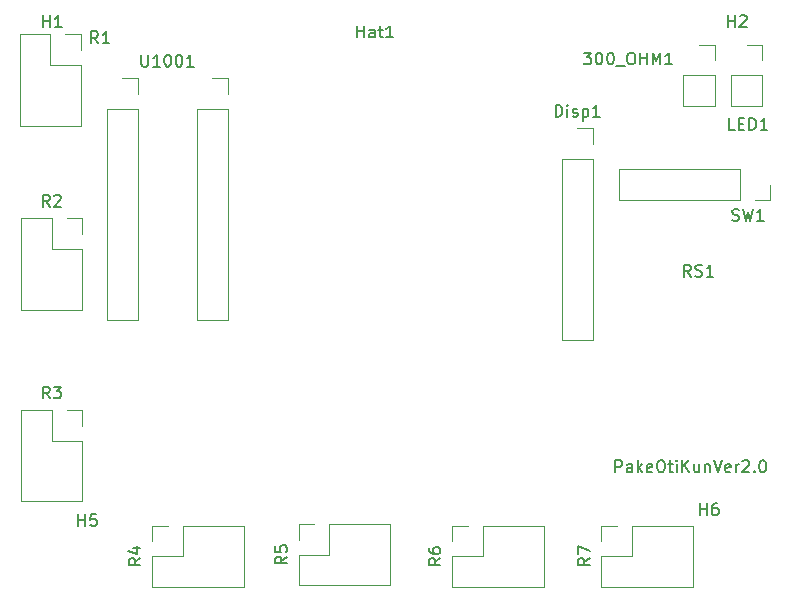
<source format=gto>
G04 #@! TF.GenerationSoftware,KiCad,Pcbnew,(5.1.0)-1*
G04 #@! TF.CreationDate,2019-11-17T18:32:19+09:00*
G04 #@! TF.ProjectId,PakeOtiKun,50616b65-4f74-4694-9b75-6e2e6b696361,1*
G04 #@! TF.SameCoordinates,Original*
G04 #@! TF.FileFunction,Legend,Top*
G04 #@! TF.FilePolarity,Positive*
%FSLAX46Y46*%
G04 Gerber Fmt 4.6, Leading zero omitted, Abs format (unit mm)*
G04 Created by KiCad (PCBNEW (5.1.0)-1) date 2019-11-17 18:32:19*
%MOMM*%
%LPD*%
G04 APERTURE LIST*
%ADD10C,0.200000*%
%ADD11C,0.120000*%
%ADD12C,0.150000*%
G04 APERTURE END LIST*
D10*
X155694857Y-115895380D02*
X155694857Y-114895380D01*
X156075809Y-114895380D01*
X156171047Y-114943000D01*
X156218666Y-114990619D01*
X156266285Y-115085857D01*
X156266285Y-115228714D01*
X156218666Y-115323952D01*
X156171047Y-115371571D01*
X156075809Y-115419190D01*
X155694857Y-115419190D01*
X157123428Y-115895380D02*
X157123428Y-115371571D01*
X157075809Y-115276333D01*
X156980571Y-115228714D01*
X156790095Y-115228714D01*
X156694857Y-115276333D01*
X157123428Y-115847761D02*
X157028190Y-115895380D01*
X156790095Y-115895380D01*
X156694857Y-115847761D01*
X156647238Y-115752523D01*
X156647238Y-115657285D01*
X156694857Y-115562047D01*
X156790095Y-115514428D01*
X157028190Y-115514428D01*
X157123428Y-115466809D01*
X157599619Y-115895380D02*
X157599619Y-114895380D01*
X157694857Y-115514428D02*
X157980571Y-115895380D01*
X157980571Y-115228714D02*
X157599619Y-115609666D01*
X158790095Y-115847761D02*
X158694857Y-115895380D01*
X158504380Y-115895380D01*
X158409142Y-115847761D01*
X158361523Y-115752523D01*
X158361523Y-115371571D01*
X158409142Y-115276333D01*
X158504380Y-115228714D01*
X158694857Y-115228714D01*
X158790095Y-115276333D01*
X158837714Y-115371571D01*
X158837714Y-115466809D01*
X158361523Y-115562047D01*
X159456761Y-114895380D02*
X159647238Y-114895380D01*
X159742476Y-114943000D01*
X159837714Y-115038238D01*
X159885333Y-115228714D01*
X159885333Y-115562047D01*
X159837714Y-115752523D01*
X159742476Y-115847761D01*
X159647238Y-115895380D01*
X159456761Y-115895380D01*
X159361523Y-115847761D01*
X159266285Y-115752523D01*
X159218666Y-115562047D01*
X159218666Y-115228714D01*
X159266285Y-115038238D01*
X159361523Y-114943000D01*
X159456761Y-114895380D01*
X160171047Y-115228714D02*
X160552000Y-115228714D01*
X160313904Y-114895380D02*
X160313904Y-115752523D01*
X160361523Y-115847761D01*
X160456761Y-115895380D01*
X160552000Y-115895380D01*
X160885333Y-115895380D02*
X160885333Y-115228714D01*
X160885333Y-114895380D02*
X160837714Y-114943000D01*
X160885333Y-114990619D01*
X160932952Y-114943000D01*
X160885333Y-114895380D01*
X160885333Y-114990619D01*
X161361523Y-115895380D02*
X161361523Y-114895380D01*
X161932952Y-115895380D02*
X161504380Y-115323952D01*
X161932952Y-114895380D02*
X161361523Y-115466809D01*
X162790095Y-115228714D02*
X162790095Y-115895380D01*
X162361523Y-115228714D02*
X162361523Y-115752523D01*
X162409142Y-115847761D01*
X162504380Y-115895380D01*
X162647238Y-115895380D01*
X162742476Y-115847761D01*
X162790095Y-115800142D01*
X163266285Y-115228714D02*
X163266285Y-115895380D01*
X163266285Y-115323952D02*
X163313904Y-115276333D01*
X163409142Y-115228714D01*
X163552000Y-115228714D01*
X163647238Y-115276333D01*
X163694857Y-115371571D01*
X163694857Y-115895380D01*
X164028190Y-114895380D02*
X164361523Y-115895380D01*
X164694857Y-114895380D01*
X165409142Y-115847761D02*
X165313904Y-115895380D01*
X165123428Y-115895380D01*
X165028190Y-115847761D01*
X164980571Y-115752523D01*
X164980571Y-115371571D01*
X165028190Y-115276333D01*
X165123428Y-115228714D01*
X165313904Y-115228714D01*
X165409142Y-115276333D01*
X165456761Y-115371571D01*
X165456761Y-115466809D01*
X164980571Y-115562047D01*
X165885333Y-115895380D02*
X165885333Y-115228714D01*
X165885333Y-115419190D02*
X165932952Y-115323952D01*
X165980571Y-115276333D01*
X166075809Y-115228714D01*
X166171047Y-115228714D01*
X166456761Y-114990619D02*
X166504380Y-114943000D01*
X166599619Y-114895380D01*
X166837714Y-114895380D01*
X166932952Y-114943000D01*
X166980571Y-114990619D01*
X167028190Y-115085857D01*
X167028190Y-115181095D01*
X166980571Y-115323952D01*
X166409142Y-115895380D01*
X167028190Y-115895380D01*
X167456761Y-115800142D02*
X167504380Y-115847761D01*
X167456761Y-115895380D01*
X167409142Y-115847761D01*
X167456761Y-115800142D01*
X167456761Y-115895380D01*
X168123428Y-114895380D02*
X168218666Y-114895380D01*
X168313904Y-114943000D01*
X168361523Y-114990619D01*
X168409142Y-115085857D01*
X168456761Y-115276333D01*
X168456761Y-115514428D01*
X168409142Y-115704904D01*
X168361523Y-115800142D01*
X168313904Y-115847761D01*
X168218666Y-115895380D01*
X168123428Y-115895380D01*
X168028190Y-115847761D01*
X167980571Y-115800142D01*
X167932952Y-115704904D01*
X167885333Y-115514428D01*
X167885333Y-115276333D01*
X167932952Y-115085857D01*
X167980571Y-114990619D01*
X168028190Y-114943000D01*
X168123428Y-114895380D01*
D11*
X105375400Y-94402600D02*
X107975400Y-94402600D01*
X105375400Y-94402600D02*
X105375400Y-102142600D01*
X105375400Y-102142600D02*
X110575400Y-102142600D01*
X110575400Y-97002600D02*
X110575400Y-102142600D01*
X107975400Y-97002600D02*
X110575400Y-97002600D01*
X107975400Y-94402600D02*
X107975400Y-97002600D01*
X110575400Y-94402600D02*
X110575400Y-95732600D01*
X109245400Y-94402600D02*
X110575400Y-94402600D01*
X166217600Y-90211600D02*
X166217600Y-92871600D01*
X166217600Y-90211600D02*
X155997600Y-90211600D01*
X155997600Y-90211600D02*
X155997600Y-92871600D01*
X166217600Y-92871600D02*
X155997600Y-92871600D01*
X168817600Y-92871600D02*
X167487600Y-92871600D01*
X168817600Y-91541600D02*
X168817600Y-92871600D01*
X151146200Y-89382600D02*
X153806200Y-89382600D01*
X151146200Y-89382600D02*
X151146200Y-104682600D01*
X151146200Y-104682600D02*
X153806200Y-104682600D01*
X153806200Y-89382600D02*
X153806200Y-104682600D01*
X153806200Y-86782600D02*
X153806200Y-88112600D01*
X152476200Y-86782600D02*
X153806200Y-86782600D01*
X109245400Y-110633200D02*
X110575400Y-110633200D01*
X110575400Y-110633200D02*
X110575400Y-111963200D01*
X107975400Y-110633200D02*
X107975400Y-113233200D01*
X107975400Y-113233200D02*
X110575400Y-113233200D01*
X110575400Y-113233200D02*
X110575400Y-118373200D01*
X105375400Y-118373200D02*
X110575400Y-118373200D01*
X105375400Y-110633200D02*
X105375400Y-118373200D01*
X105375400Y-110633200D02*
X107975400Y-110633200D01*
X116475200Y-125612200D02*
X116475200Y-123012200D01*
X116475200Y-125612200D02*
X124215200Y-125612200D01*
X124215200Y-125612200D02*
X124215200Y-120412200D01*
X119075200Y-120412200D02*
X124215200Y-120412200D01*
X119075200Y-123012200D02*
X119075200Y-120412200D01*
X116475200Y-123012200D02*
X119075200Y-123012200D01*
X116475200Y-120412200D02*
X117805200Y-120412200D01*
X116475200Y-121742200D02*
X116475200Y-120412200D01*
X128870400Y-121615200D02*
X128870400Y-120285200D01*
X128870400Y-120285200D02*
X130200400Y-120285200D01*
X128870400Y-122885200D02*
X131470400Y-122885200D01*
X131470400Y-122885200D02*
X131470400Y-120285200D01*
X131470400Y-120285200D02*
X136610400Y-120285200D01*
X136610400Y-125485200D02*
X136610400Y-120285200D01*
X128870400Y-125485200D02*
X136610400Y-125485200D01*
X128870400Y-125485200D02*
X128870400Y-122885200D01*
X141875200Y-125612200D02*
X141875200Y-123012200D01*
X141875200Y-125612200D02*
X149615200Y-125612200D01*
X149615200Y-125612200D02*
X149615200Y-120412200D01*
X144475200Y-120412200D02*
X149615200Y-120412200D01*
X144475200Y-123012200D02*
X144475200Y-120412200D01*
X141875200Y-123012200D02*
X144475200Y-123012200D01*
X141875200Y-120412200D02*
X143205200Y-120412200D01*
X141875200Y-121742200D02*
X141875200Y-120412200D01*
X154499000Y-121742200D02*
X154499000Y-120412200D01*
X154499000Y-120412200D02*
X155829000Y-120412200D01*
X154499000Y-123012200D02*
X157099000Y-123012200D01*
X157099000Y-123012200D02*
X157099000Y-120412200D01*
X157099000Y-120412200D02*
X162239000Y-120412200D01*
X162239000Y-125612200D02*
X162239000Y-120412200D01*
X154499000Y-125612200D02*
X162239000Y-125612200D01*
X154499000Y-125612200D02*
X154499000Y-123012200D01*
X109118400Y-78832400D02*
X110448400Y-78832400D01*
X110448400Y-78832400D02*
X110448400Y-80162400D01*
X107848400Y-78832400D02*
X107848400Y-81432400D01*
X107848400Y-81432400D02*
X110448400Y-81432400D01*
X110448400Y-81432400D02*
X110448400Y-86572400D01*
X105248400Y-86572400D02*
X110448400Y-86572400D01*
X105248400Y-78832400D02*
X105248400Y-86572400D01*
X105248400Y-78832400D02*
X107848400Y-78832400D01*
X165471800Y-82296000D02*
X168131800Y-82296000D01*
X165471800Y-82296000D02*
X165471800Y-84896000D01*
X165471800Y-84896000D02*
X168131800Y-84896000D01*
X168131800Y-82296000D02*
X168131800Y-84896000D01*
X168131800Y-79696000D02*
X168131800Y-81026000D01*
X166801800Y-79696000D02*
X168131800Y-79696000D01*
X162763200Y-79696000D02*
X164093200Y-79696000D01*
X164093200Y-79696000D02*
X164093200Y-81026000D01*
X164093200Y-82296000D02*
X164093200Y-84896000D01*
X161433200Y-84896000D02*
X164093200Y-84896000D01*
X161433200Y-82296000D02*
X161433200Y-84896000D01*
X161433200Y-82296000D02*
X164093200Y-82296000D01*
X120234400Y-85140800D02*
X122894400Y-85140800D01*
X122894400Y-85140800D02*
X122894400Y-102980800D01*
X120234400Y-102980800D02*
X122894400Y-102980800D01*
X122894400Y-82540800D02*
X122894400Y-83870800D01*
X120234400Y-85140800D02*
X120234400Y-102980800D01*
X121564400Y-82540800D02*
X122894400Y-82540800D01*
X113944400Y-82540800D02*
X115274400Y-82540800D01*
X115274400Y-82540800D02*
X115274400Y-83870800D01*
X115274400Y-85140800D02*
X115274400Y-102980800D01*
X112614400Y-102980800D02*
X115274400Y-102980800D01*
X112614400Y-85140800D02*
X112614400Y-102980800D01*
X112614400Y-85140800D02*
X115274400Y-85140800D01*
D12*
X107808733Y-93414980D02*
X107475400Y-92938790D01*
X107237304Y-93414980D02*
X107237304Y-92414980D01*
X107618257Y-92414980D01*
X107713495Y-92462600D01*
X107761114Y-92510219D01*
X107808733Y-92605457D01*
X107808733Y-92748314D01*
X107761114Y-92843552D01*
X107713495Y-92891171D01*
X107618257Y-92938790D01*
X107237304Y-92938790D01*
X108189685Y-92510219D02*
X108237304Y-92462600D01*
X108332542Y-92414980D01*
X108570638Y-92414980D01*
X108665876Y-92462600D01*
X108713495Y-92510219D01*
X108761114Y-92605457D01*
X108761114Y-92700695D01*
X108713495Y-92843552D01*
X108142066Y-93414980D01*
X108761114Y-93414980D01*
X165238095Y-78202380D02*
X165238095Y-77202380D01*
X165238095Y-77678571D02*
X165809523Y-77678571D01*
X165809523Y-78202380D02*
X165809523Y-77202380D01*
X166238095Y-77297619D02*
X166285714Y-77250000D01*
X166380952Y-77202380D01*
X166619047Y-77202380D01*
X166714285Y-77250000D01*
X166761904Y-77297619D01*
X166809523Y-77392857D01*
X166809523Y-77488095D01*
X166761904Y-77630952D01*
X166190476Y-78202380D01*
X166809523Y-78202380D01*
X162864895Y-119527580D02*
X162864895Y-118527580D01*
X162864895Y-119003771D02*
X163436323Y-119003771D01*
X163436323Y-119527580D02*
X163436323Y-118527580D01*
X164341085Y-118527580D02*
X164150609Y-118527580D01*
X164055371Y-118575200D01*
X164007752Y-118622819D01*
X163912514Y-118765676D01*
X163864895Y-118956152D01*
X163864895Y-119337104D01*
X163912514Y-119432342D01*
X163960133Y-119479961D01*
X164055371Y-119527580D01*
X164245847Y-119527580D01*
X164341085Y-119479961D01*
X164388704Y-119432342D01*
X164436323Y-119337104D01*
X164436323Y-119099009D01*
X164388704Y-119003771D01*
X164341085Y-118956152D01*
X164245847Y-118908533D01*
X164055371Y-118908533D01*
X163960133Y-118956152D01*
X163912514Y-119003771D01*
X163864895Y-119099009D01*
X107238095Y-78202380D02*
X107238095Y-77202380D01*
X107238095Y-77678571D02*
X107809523Y-77678571D01*
X107809523Y-78202380D02*
X107809523Y-77202380D01*
X108809523Y-78202380D02*
X108238095Y-78202380D01*
X108523809Y-78202380D02*
X108523809Y-77202380D01*
X108428571Y-77345238D01*
X108333333Y-77440476D01*
X108238095Y-77488095D01*
X110236095Y-120441980D02*
X110236095Y-119441980D01*
X110236095Y-119918171D02*
X110807523Y-119918171D01*
X110807523Y-120441980D02*
X110807523Y-119441980D01*
X111759904Y-119441980D02*
X111283714Y-119441980D01*
X111236095Y-119918171D01*
X111283714Y-119870552D01*
X111378952Y-119822933D01*
X111617047Y-119822933D01*
X111712285Y-119870552D01*
X111759904Y-119918171D01*
X111807523Y-120013409D01*
X111807523Y-120251504D01*
X111759904Y-120346742D01*
X111712285Y-120394361D01*
X111617047Y-120441980D01*
X111378952Y-120441980D01*
X111283714Y-120394361D01*
X111236095Y-120346742D01*
X165595466Y-94562561D02*
X165738323Y-94610180D01*
X165976419Y-94610180D01*
X166071657Y-94562561D01*
X166119276Y-94514942D01*
X166166895Y-94419704D01*
X166166895Y-94324466D01*
X166119276Y-94229228D01*
X166071657Y-94181609D01*
X165976419Y-94133990D01*
X165785942Y-94086371D01*
X165690704Y-94038752D01*
X165643085Y-93991133D01*
X165595466Y-93895895D01*
X165595466Y-93800657D01*
X165643085Y-93705419D01*
X165690704Y-93657800D01*
X165785942Y-93610180D01*
X166024038Y-93610180D01*
X166166895Y-93657800D01*
X166500228Y-93610180D02*
X166738323Y-94610180D01*
X166928800Y-93895895D01*
X167119276Y-94610180D01*
X167357371Y-93610180D01*
X168262133Y-94610180D02*
X167690704Y-94610180D01*
X167976419Y-94610180D02*
X167976419Y-93610180D01*
X167881180Y-93753038D01*
X167785942Y-93848276D01*
X167690704Y-93895895D01*
X150642866Y-85794980D02*
X150642866Y-84794980D01*
X150880961Y-84794980D01*
X151023819Y-84842600D01*
X151119057Y-84937838D01*
X151166676Y-85033076D01*
X151214295Y-85223552D01*
X151214295Y-85366409D01*
X151166676Y-85556885D01*
X151119057Y-85652123D01*
X151023819Y-85747361D01*
X150880961Y-85794980D01*
X150642866Y-85794980D01*
X151642866Y-85794980D02*
X151642866Y-85128314D01*
X151642866Y-84794980D02*
X151595247Y-84842600D01*
X151642866Y-84890219D01*
X151690485Y-84842600D01*
X151642866Y-84794980D01*
X151642866Y-84890219D01*
X152071438Y-85747361D02*
X152166676Y-85794980D01*
X152357152Y-85794980D01*
X152452390Y-85747361D01*
X152500009Y-85652123D01*
X152500009Y-85604504D01*
X152452390Y-85509266D01*
X152357152Y-85461647D01*
X152214295Y-85461647D01*
X152119057Y-85414028D01*
X152071438Y-85318790D01*
X152071438Y-85271171D01*
X152119057Y-85175933D01*
X152214295Y-85128314D01*
X152357152Y-85128314D01*
X152452390Y-85175933D01*
X152928580Y-85128314D02*
X152928580Y-86128314D01*
X152928580Y-85175933D02*
X153023819Y-85128314D01*
X153214295Y-85128314D01*
X153309533Y-85175933D01*
X153357152Y-85223552D01*
X153404771Y-85318790D01*
X153404771Y-85604504D01*
X153357152Y-85699742D01*
X153309533Y-85747361D01*
X153214295Y-85794980D01*
X153023819Y-85794980D01*
X152928580Y-85747361D01*
X154357152Y-85794980D02*
X153785723Y-85794980D01*
X154071438Y-85794980D02*
X154071438Y-84794980D01*
X153976200Y-84937838D01*
X153880961Y-85033076D01*
X153785723Y-85080695D01*
X107808733Y-109645580D02*
X107475400Y-109169390D01*
X107237304Y-109645580D02*
X107237304Y-108645580D01*
X107618257Y-108645580D01*
X107713495Y-108693200D01*
X107761114Y-108740819D01*
X107808733Y-108836057D01*
X107808733Y-108978914D01*
X107761114Y-109074152D01*
X107713495Y-109121771D01*
X107618257Y-109169390D01*
X107237304Y-109169390D01*
X108142066Y-108645580D02*
X108761114Y-108645580D01*
X108427780Y-109026533D01*
X108570638Y-109026533D01*
X108665876Y-109074152D01*
X108713495Y-109121771D01*
X108761114Y-109217009D01*
X108761114Y-109455104D01*
X108713495Y-109550342D01*
X108665876Y-109597961D01*
X108570638Y-109645580D01*
X108284923Y-109645580D01*
X108189685Y-109597961D01*
X108142066Y-109550342D01*
X115487580Y-123178866D02*
X115011390Y-123512200D01*
X115487580Y-123750295D02*
X114487580Y-123750295D01*
X114487580Y-123369342D01*
X114535200Y-123274104D01*
X114582819Y-123226485D01*
X114678057Y-123178866D01*
X114820914Y-123178866D01*
X114916152Y-123226485D01*
X114963771Y-123274104D01*
X115011390Y-123369342D01*
X115011390Y-123750295D01*
X114820914Y-122321723D02*
X115487580Y-122321723D01*
X114439961Y-122559819D02*
X115154247Y-122797914D01*
X115154247Y-122178866D01*
X127882780Y-123051866D02*
X127406590Y-123385200D01*
X127882780Y-123623295D02*
X126882780Y-123623295D01*
X126882780Y-123242342D01*
X126930400Y-123147104D01*
X126978019Y-123099485D01*
X127073257Y-123051866D01*
X127216114Y-123051866D01*
X127311352Y-123099485D01*
X127358971Y-123147104D01*
X127406590Y-123242342D01*
X127406590Y-123623295D01*
X126882780Y-122147104D02*
X126882780Y-122623295D01*
X127358971Y-122670914D01*
X127311352Y-122623295D01*
X127263733Y-122528057D01*
X127263733Y-122289961D01*
X127311352Y-122194723D01*
X127358971Y-122147104D01*
X127454209Y-122099485D01*
X127692304Y-122099485D01*
X127787542Y-122147104D01*
X127835161Y-122194723D01*
X127882780Y-122289961D01*
X127882780Y-122528057D01*
X127835161Y-122623295D01*
X127787542Y-122670914D01*
X140887580Y-123178866D02*
X140411390Y-123512200D01*
X140887580Y-123750295D02*
X139887580Y-123750295D01*
X139887580Y-123369342D01*
X139935200Y-123274104D01*
X139982819Y-123226485D01*
X140078057Y-123178866D01*
X140220914Y-123178866D01*
X140316152Y-123226485D01*
X140363771Y-123274104D01*
X140411390Y-123369342D01*
X140411390Y-123750295D01*
X139887580Y-122321723D02*
X139887580Y-122512200D01*
X139935200Y-122607438D01*
X139982819Y-122655057D01*
X140125676Y-122750295D01*
X140316152Y-122797914D01*
X140697104Y-122797914D01*
X140792342Y-122750295D01*
X140839961Y-122702676D01*
X140887580Y-122607438D01*
X140887580Y-122416961D01*
X140839961Y-122321723D01*
X140792342Y-122274104D01*
X140697104Y-122226485D01*
X140459009Y-122226485D01*
X140363771Y-122274104D01*
X140316152Y-122321723D01*
X140268533Y-122416961D01*
X140268533Y-122607438D01*
X140316152Y-122702676D01*
X140363771Y-122750295D01*
X140459009Y-122797914D01*
X153511380Y-123178866D02*
X153035190Y-123512200D01*
X153511380Y-123750295D02*
X152511380Y-123750295D01*
X152511380Y-123369342D01*
X152559000Y-123274104D01*
X152606619Y-123226485D01*
X152701857Y-123178866D01*
X152844714Y-123178866D01*
X152939952Y-123226485D01*
X152987571Y-123274104D01*
X153035190Y-123369342D01*
X153035190Y-123750295D01*
X152511380Y-122845533D02*
X152511380Y-122178866D01*
X153511380Y-122607438D01*
X111898133Y-79573380D02*
X111564800Y-79097190D01*
X111326704Y-79573380D02*
X111326704Y-78573380D01*
X111707657Y-78573380D01*
X111802895Y-78621000D01*
X111850514Y-78668619D01*
X111898133Y-78763857D01*
X111898133Y-78906714D01*
X111850514Y-79001952D01*
X111802895Y-79049571D01*
X111707657Y-79097190D01*
X111326704Y-79097190D01*
X112850514Y-79573380D02*
X112279085Y-79573380D01*
X112564800Y-79573380D02*
X112564800Y-78573380D01*
X112469561Y-78716238D01*
X112374323Y-78811476D01*
X112279085Y-78859095D01*
X165809752Y-86913980D02*
X165333561Y-86913980D01*
X165333561Y-85913980D01*
X166143085Y-86390171D02*
X166476419Y-86390171D01*
X166619276Y-86913980D02*
X166143085Y-86913980D01*
X166143085Y-85913980D01*
X166619276Y-85913980D01*
X167047847Y-86913980D02*
X167047847Y-85913980D01*
X167285942Y-85913980D01*
X167428800Y-85961600D01*
X167524038Y-86056838D01*
X167571657Y-86152076D01*
X167619276Y-86342552D01*
X167619276Y-86485409D01*
X167571657Y-86675885D01*
X167524038Y-86771123D01*
X167428800Y-86866361D01*
X167285942Y-86913980D01*
X167047847Y-86913980D01*
X168571657Y-86913980D02*
X168000228Y-86913980D01*
X168285942Y-86913980D02*
X168285942Y-85913980D01*
X168190704Y-86056838D01*
X168095466Y-86152076D01*
X168000228Y-86199695D01*
X153032295Y-80376780D02*
X153651342Y-80376780D01*
X153318009Y-80757733D01*
X153460866Y-80757733D01*
X153556104Y-80805352D01*
X153603723Y-80852971D01*
X153651342Y-80948209D01*
X153651342Y-81186304D01*
X153603723Y-81281542D01*
X153556104Y-81329161D01*
X153460866Y-81376780D01*
X153175152Y-81376780D01*
X153079914Y-81329161D01*
X153032295Y-81281542D01*
X154270390Y-80376780D02*
X154365628Y-80376780D01*
X154460866Y-80424400D01*
X154508485Y-80472019D01*
X154556104Y-80567257D01*
X154603723Y-80757733D01*
X154603723Y-80995828D01*
X154556104Y-81186304D01*
X154508485Y-81281542D01*
X154460866Y-81329161D01*
X154365628Y-81376780D01*
X154270390Y-81376780D01*
X154175152Y-81329161D01*
X154127533Y-81281542D01*
X154079914Y-81186304D01*
X154032295Y-80995828D01*
X154032295Y-80757733D01*
X154079914Y-80567257D01*
X154127533Y-80472019D01*
X154175152Y-80424400D01*
X154270390Y-80376780D01*
X155222771Y-80376780D02*
X155318009Y-80376780D01*
X155413247Y-80424400D01*
X155460866Y-80472019D01*
X155508485Y-80567257D01*
X155556104Y-80757733D01*
X155556104Y-80995828D01*
X155508485Y-81186304D01*
X155460866Y-81281542D01*
X155413247Y-81329161D01*
X155318009Y-81376780D01*
X155222771Y-81376780D01*
X155127533Y-81329161D01*
X155079914Y-81281542D01*
X155032295Y-81186304D01*
X154984676Y-80995828D01*
X154984676Y-80757733D01*
X155032295Y-80567257D01*
X155079914Y-80472019D01*
X155127533Y-80424400D01*
X155222771Y-80376780D01*
X155746580Y-81472019D02*
X156508485Y-81472019D01*
X156937057Y-80376780D02*
X157127533Y-80376780D01*
X157222771Y-80424400D01*
X157318009Y-80519638D01*
X157365628Y-80710114D01*
X157365628Y-81043447D01*
X157318009Y-81233923D01*
X157222771Y-81329161D01*
X157127533Y-81376780D01*
X156937057Y-81376780D01*
X156841819Y-81329161D01*
X156746580Y-81233923D01*
X156698961Y-81043447D01*
X156698961Y-80710114D01*
X156746580Y-80519638D01*
X156841819Y-80424400D01*
X156937057Y-80376780D01*
X157794200Y-81376780D02*
X157794200Y-80376780D01*
X157794200Y-80852971D02*
X158365628Y-80852971D01*
X158365628Y-81376780D02*
X158365628Y-80376780D01*
X158841819Y-81376780D02*
X158841819Y-80376780D01*
X159175152Y-81091066D01*
X159508485Y-80376780D01*
X159508485Y-81376780D01*
X160508485Y-81376780D02*
X159937057Y-81376780D01*
X160222771Y-81376780D02*
X160222771Y-80376780D01*
X160127533Y-80519638D01*
X160032295Y-80614876D01*
X159937057Y-80662495D01*
X133831200Y-79090780D02*
X133831200Y-78090780D01*
X133831200Y-78566971D02*
X134402628Y-78566971D01*
X134402628Y-79090780D02*
X134402628Y-78090780D01*
X135307390Y-79090780D02*
X135307390Y-78566971D01*
X135259771Y-78471733D01*
X135164533Y-78424114D01*
X134974057Y-78424114D01*
X134878819Y-78471733D01*
X135307390Y-79043161D02*
X135212152Y-79090780D01*
X134974057Y-79090780D01*
X134878819Y-79043161D01*
X134831200Y-78947923D01*
X134831200Y-78852685D01*
X134878819Y-78757447D01*
X134974057Y-78709828D01*
X135212152Y-78709828D01*
X135307390Y-78662209D01*
X135640723Y-78424114D02*
X136021676Y-78424114D01*
X135783580Y-78090780D02*
X135783580Y-78947923D01*
X135831200Y-79043161D01*
X135926438Y-79090780D01*
X136021676Y-79090780D01*
X136878819Y-79090780D02*
X136307390Y-79090780D01*
X136593104Y-79090780D02*
X136593104Y-78090780D01*
X136497866Y-78233638D01*
X136402628Y-78328876D01*
X136307390Y-78376495D01*
X162094942Y-99334580D02*
X161761609Y-98858390D01*
X161523514Y-99334580D02*
X161523514Y-98334580D01*
X161904466Y-98334580D01*
X161999704Y-98382200D01*
X162047323Y-98429819D01*
X162094942Y-98525057D01*
X162094942Y-98667914D01*
X162047323Y-98763152D01*
X161999704Y-98810771D01*
X161904466Y-98858390D01*
X161523514Y-98858390D01*
X162475895Y-99286961D02*
X162618752Y-99334580D01*
X162856847Y-99334580D01*
X162952085Y-99286961D01*
X162999704Y-99239342D01*
X163047323Y-99144104D01*
X163047323Y-99048866D01*
X162999704Y-98953628D01*
X162952085Y-98906009D01*
X162856847Y-98858390D01*
X162666371Y-98810771D01*
X162571133Y-98763152D01*
X162523514Y-98715533D01*
X162475895Y-98620295D01*
X162475895Y-98525057D01*
X162523514Y-98429819D01*
X162571133Y-98382200D01*
X162666371Y-98334580D01*
X162904466Y-98334580D01*
X163047323Y-98382200D01*
X163999704Y-99334580D02*
X163428276Y-99334580D01*
X163713990Y-99334580D02*
X163713990Y-98334580D01*
X163618752Y-98477438D01*
X163523514Y-98572676D01*
X163428276Y-98620295D01*
X115563923Y-80553180D02*
X115563923Y-81362704D01*
X115611542Y-81457942D01*
X115659161Y-81505561D01*
X115754400Y-81553180D01*
X115944876Y-81553180D01*
X116040114Y-81505561D01*
X116087733Y-81457942D01*
X116135352Y-81362704D01*
X116135352Y-80553180D01*
X117135352Y-81553180D02*
X116563923Y-81553180D01*
X116849638Y-81553180D02*
X116849638Y-80553180D01*
X116754400Y-80696038D01*
X116659161Y-80791276D01*
X116563923Y-80838895D01*
X117754400Y-80553180D02*
X117849638Y-80553180D01*
X117944876Y-80600800D01*
X117992495Y-80648419D01*
X118040114Y-80743657D01*
X118087733Y-80934133D01*
X118087733Y-81172228D01*
X118040114Y-81362704D01*
X117992495Y-81457942D01*
X117944876Y-81505561D01*
X117849638Y-81553180D01*
X117754400Y-81553180D01*
X117659161Y-81505561D01*
X117611542Y-81457942D01*
X117563923Y-81362704D01*
X117516304Y-81172228D01*
X117516304Y-80934133D01*
X117563923Y-80743657D01*
X117611542Y-80648419D01*
X117659161Y-80600800D01*
X117754400Y-80553180D01*
X118706780Y-80553180D02*
X118802019Y-80553180D01*
X118897257Y-80600800D01*
X118944876Y-80648419D01*
X118992495Y-80743657D01*
X119040114Y-80934133D01*
X119040114Y-81172228D01*
X118992495Y-81362704D01*
X118944876Y-81457942D01*
X118897257Y-81505561D01*
X118802019Y-81553180D01*
X118706780Y-81553180D01*
X118611542Y-81505561D01*
X118563923Y-81457942D01*
X118516304Y-81362704D01*
X118468685Y-81172228D01*
X118468685Y-80934133D01*
X118516304Y-80743657D01*
X118563923Y-80648419D01*
X118611542Y-80600800D01*
X118706780Y-80553180D01*
X119992495Y-81553180D02*
X119421066Y-81553180D01*
X119706780Y-81553180D02*
X119706780Y-80553180D01*
X119611542Y-80696038D01*
X119516304Y-80791276D01*
X119421066Y-80838895D01*
M02*

</source>
